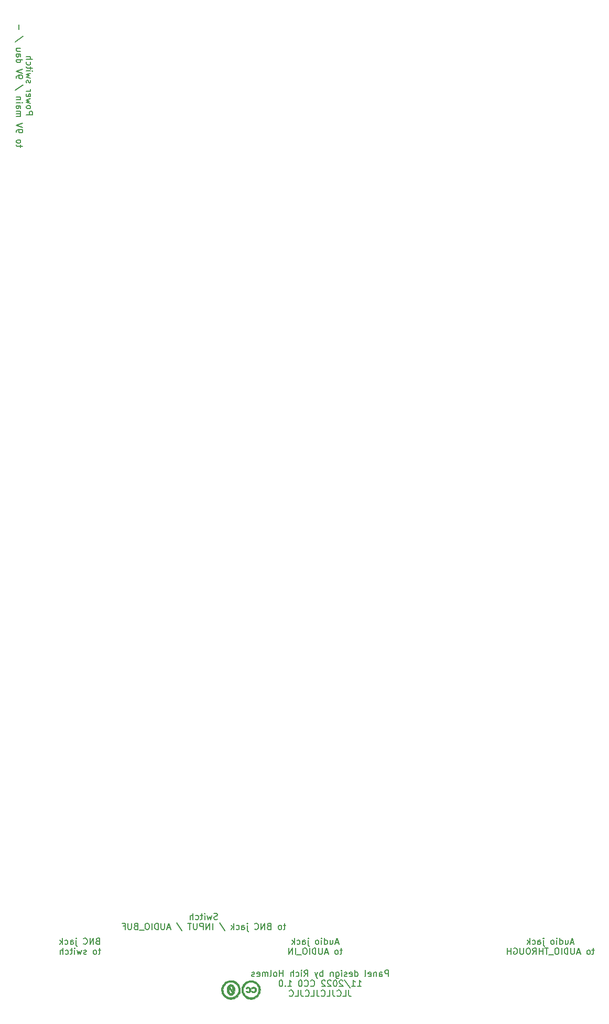
<source format=gbo>
G04 #@! TF.GenerationSoftware,KiCad,Pcbnew,6.0.9-8da3e8f707~117~ubuntu22.04.1*
G04 #@! TF.CreationDate,2022-11-29T22:26:16-05:00*
G04 #@! TF.ProjectId,dso138_panel,64736f31-3338-45f7-9061-6e656c2e6b69,rev?*
G04 #@! TF.SameCoordinates,Original*
G04 #@! TF.FileFunction,Legend,Bot*
G04 #@! TF.FilePolarity,Positive*
%FSLAX46Y46*%
G04 Gerber Fmt 4.6, Leading zero omitted, Abs format (unit mm)*
G04 Created by KiCad (PCBNEW 6.0.9-8da3e8f707~117~ubuntu22.04.1) date 2022-11-29 22:26:16*
%MOMM*%
%LPD*%
G01*
G04 APERTURE LIST*
%ADD10C,0.150000*%
%ADD11C,0.010000*%
G04 APERTURE END LIST*
D10*
X68114285Y23000239D02*
X67971428Y22952620D01*
X67733333Y22952620D01*
X67638095Y23000239D01*
X67590476Y23047858D01*
X67542857Y23143096D01*
X67542857Y23238334D01*
X67590476Y23333572D01*
X67638095Y23381191D01*
X67733333Y23428810D01*
X67923809Y23476429D01*
X68019047Y23524048D01*
X68066666Y23571667D01*
X68114285Y23666905D01*
X68114285Y23762143D01*
X68066666Y23857381D01*
X68019047Y23905000D01*
X67923809Y23952620D01*
X67685714Y23952620D01*
X67542857Y23905000D01*
X67209523Y23619286D02*
X67019047Y22952620D01*
X66828571Y23428810D01*
X66638095Y22952620D01*
X66447619Y23619286D01*
X66066666Y22952620D02*
X66066666Y23619286D01*
X66066666Y23952620D02*
X66114285Y23905000D01*
X66066666Y23857381D01*
X66019047Y23905000D01*
X66066666Y23952620D01*
X66066666Y23857381D01*
X65733333Y23619286D02*
X65352380Y23619286D01*
X65590476Y23952620D02*
X65590476Y23095477D01*
X65542857Y23000239D01*
X65447619Y22952620D01*
X65352380Y22952620D01*
X64590476Y23000239D02*
X64685714Y22952620D01*
X64876190Y22952620D01*
X64971428Y23000239D01*
X65019047Y23047858D01*
X65066666Y23143096D01*
X65066666Y23428810D01*
X65019047Y23524048D01*
X64971428Y23571667D01*
X64876190Y23619286D01*
X64685714Y23619286D01*
X64590476Y23571667D01*
X64161904Y22952620D02*
X64161904Y23952620D01*
X63733333Y22952620D02*
X63733333Y23476429D01*
X63780952Y23571667D01*
X63876190Y23619286D01*
X64019047Y23619286D01*
X64114285Y23571667D01*
X64161904Y23524048D01*
X79138095Y22009286D02*
X78757142Y22009286D01*
X78995238Y22342620D02*
X78995238Y21485477D01*
X78947619Y21390239D01*
X78852380Y21342620D01*
X78757142Y21342620D01*
X78280952Y21342620D02*
X78376190Y21390239D01*
X78423809Y21437858D01*
X78471428Y21533096D01*
X78471428Y21818810D01*
X78423809Y21914048D01*
X78376190Y21961667D01*
X78280952Y22009286D01*
X78138095Y22009286D01*
X78042857Y21961667D01*
X77995238Y21914048D01*
X77947619Y21818810D01*
X77947619Y21533096D01*
X77995238Y21437858D01*
X78042857Y21390239D01*
X78138095Y21342620D01*
X78280952Y21342620D01*
X76423809Y21866429D02*
X76280952Y21818810D01*
X76233333Y21771191D01*
X76185714Y21675953D01*
X76185714Y21533096D01*
X76233333Y21437858D01*
X76280952Y21390239D01*
X76376190Y21342620D01*
X76757142Y21342620D01*
X76757142Y22342620D01*
X76423809Y22342620D01*
X76328571Y22295000D01*
X76280952Y22247381D01*
X76233333Y22152143D01*
X76233333Y22056905D01*
X76280952Y21961667D01*
X76328571Y21914048D01*
X76423809Y21866429D01*
X76757142Y21866429D01*
X75757142Y21342620D02*
X75757142Y22342620D01*
X75185714Y21342620D01*
X75185714Y22342620D01*
X74138095Y21437858D02*
X74185714Y21390239D01*
X74328571Y21342620D01*
X74423809Y21342620D01*
X74566666Y21390239D01*
X74661904Y21485477D01*
X74709523Y21580715D01*
X74757142Y21771191D01*
X74757142Y21914048D01*
X74709523Y22104524D01*
X74661904Y22199762D01*
X74566666Y22295000D01*
X74423809Y22342620D01*
X74328571Y22342620D01*
X74185714Y22295000D01*
X74138095Y22247381D01*
X72947619Y22009286D02*
X72947619Y21152143D01*
X72995238Y21056905D01*
X73090476Y21009286D01*
X73138095Y21009286D01*
X72947619Y22342620D02*
X72995238Y22295000D01*
X72947619Y22247381D01*
X72900000Y22295000D01*
X72947619Y22342620D01*
X72947619Y22247381D01*
X72042857Y21342620D02*
X72042857Y21866429D01*
X72090476Y21961667D01*
X72185714Y22009286D01*
X72376190Y22009286D01*
X72471428Y21961667D01*
X72042857Y21390239D02*
X72138095Y21342620D01*
X72376190Y21342620D01*
X72471428Y21390239D01*
X72519047Y21485477D01*
X72519047Y21580715D01*
X72471428Y21675953D01*
X72376190Y21723572D01*
X72138095Y21723572D01*
X72042857Y21771191D01*
X71138095Y21390239D02*
X71233333Y21342620D01*
X71423809Y21342620D01*
X71519047Y21390239D01*
X71566666Y21437858D01*
X71614285Y21533096D01*
X71614285Y21818810D01*
X71566666Y21914048D01*
X71519047Y21961667D01*
X71423809Y22009286D01*
X71233333Y22009286D01*
X71138095Y21961667D01*
X70709523Y21342620D02*
X70709523Y22342620D01*
X70614285Y21723572D02*
X70328571Y21342620D01*
X70328571Y22009286D02*
X70709523Y21628334D01*
X68423809Y22390239D02*
X69280952Y21104524D01*
X67328571Y21342620D02*
X67328571Y22342620D01*
X66852380Y21342620D02*
X66852380Y22342620D01*
X66280952Y21342620D01*
X66280952Y22342620D01*
X65804761Y21342620D02*
X65804761Y22342620D01*
X65423809Y22342620D01*
X65328571Y22295000D01*
X65280952Y22247381D01*
X65233333Y22152143D01*
X65233333Y22009286D01*
X65280952Y21914048D01*
X65328571Y21866429D01*
X65423809Y21818810D01*
X65804761Y21818810D01*
X64804761Y22342620D02*
X64804761Y21533096D01*
X64757142Y21437858D01*
X64709523Y21390239D01*
X64614285Y21342620D01*
X64423809Y21342620D01*
X64328571Y21390239D01*
X64280952Y21437858D01*
X64233333Y21533096D01*
X64233333Y22342620D01*
X63900000Y22342620D02*
X63328571Y22342620D01*
X63614285Y21342620D02*
X63614285Y22342620D01*
X61519047Y22390239D02*
X62376190Y21104524D01*
X60471428Y21628334D02*
X59995238Y21628334D01*
X60566666Y21342620D02*
X60233333Y22342620D01*
X59900000Y21342620D01*
X59566666Y22342620D02*
X59566666Y21533096D01*
X59519047Y21437858D01*
X59471428Y21390239D01*
X59376190Y21342620D01*
X59185714Y21342620D01*
X59090476Y21390239D01*
X59042857Y21437858D01*
X58995238Y21533096D01*
X58995238Y22342620D01*
X58519047Y21342620D02*
X58519047Y22342620D01*
X58280952Y22342620D01*
X58138095Y22295000D01*
X58042857Y22199762D01*
X57995238Y22104524D01*
X57947619Y21914048D01*
X57947619Y21771191D01*
X57995238Y21580715D01*
X58042857Y21485477D01*
X58138095Y21390239D01*
X58280952Y21342620D01*
X58519047Y21342620D01*
X57519047Y21342620D02*
X57519047Y22342620D01*
X56852380Y22342620D02*
X56661904Y22342620D01*
X56566666Y22295000D01*
X56471428Y22199762D01*
X56423809Y22009286D01*
X56423809Y21675953D01*
X56471428Y21485477D01*
X56566666Y21390239D01*
X56661904Y21342620D01*
X56852380Y21342620D01*
X56947619Y21390239D01*
X57042857Y21485477D01*
X57090476Y21675953D01*
X57090476Y22009286D01*
X57042857Y22199762D01*
X56947619Y22295000D01*
X56852380Y22342620D01*
X56233333Y21247381D02*
X55471428Y21247381D01*
X54900000Y21866429D02*
X54757142Y21818810D01*
X54709523Y21771191D01*
X54661904Y21675953D01*
X54661904Y21533096D01*
X54709523Y21437858D01*
X54757142Y21390239D01*
X54852380Y21342620D01*
X55233333Y21342620D01*
X55233333Y22342620D01*
X54900000Y22342620D01*
X54804761Y22295000D01*
X54757142Y22247381D01*
X54709523Y22152143D01*
X54709523Y22056905D01*
X54757142Y21961667D01*
X54804761Y21914048D01*
X54900000Y21866429D01*
X55233333Y21866429D01*
X54233333Y22342620D02*
X54233333Y21533096D01*
X54185714Y21437858D01*
X54138095Y21390239D01*
X54042857Y21342620D01*
X53852380Y21342620D01*
X53757142Y21390239D01*
X53709523Y21437858D01*
X53661904Y21533096D01*
X53661904Y22342620D01*
X52852380Y21866429D02*
X53185714Y21866429D01*
X53185714Y21342620D02*
X53185714Y22342620D01*
X52709523Y22342620D01*
X95700000Y13757620D02*
X95700000Y14757620D01*
X95319047Y14757620D01*
X95223809Y14710000D01*
X95176190Y14662381D01*
X95128571Y14567143D01*
X95128571Y14424286D01*
X95176190Y14329048D01*
X95223809Y14281429D01*
X95319047Y14233810D01*
X95700000Y14233810D01*
X94271428Y13757620D02*
X94271428Y14281429D01*
X94319047Y14376667D01*
X94414285Y14424286D01*
X94604761Y14424286D01*
X94700000Y14376667D01*
X94271428Y13805239D02*
X94366666Y13757620D01*
X94604761Y13757620D01*
X94700000Y13805239D01*
X94747619Y13900477D01*
X94747619Y13995715D01*
X94700000Y14090953D01*
X94604761Y14138572D01*
X94366666Y14138572D01*
X94271428Y14186191D01*
X93795238Y14424286D02*
X93795238Y13757620D01*
X93795238Y14329048D02*
X93747619Y14376667D01*
X93652380Y14424286D01*
X93509523Y14424286D01*
X93414285Y14376667D01*
X93366666Y14281429D01*
X93366666Y13757620D01*
X92509523Y13805239D02*
X92604761Y13757620D01*
X92795238Y13757620D01*
X92890476Y13805239D01*
X92938095Y13900477D01*
X92938095Y14281429D01*
X92890476Y14376667D01*
X92795238Y14424286D01*
X92604761Y14424286D01*
X92509523Y14376667D01*
X92461904Y14281429D01*
X92461904Y14186191D01*
X92938095Y14090953D01*
X91890476Y13757620D02*
X91985714Y13805239D01*
X92033333Y13900477D01*
X92033333Y14757620D01*
X90319047Y13757620D02*
X90319047Y14757620D01*
X90319047Y13805239D02*
X90414285Y13757620D01*
X90604761Y13757620D01*
X90700000Y13805239D01*
X90747619Y13852858D01*
X90795238Y13948096D01*
X90795238Y14233810D01*
X90747619Y14329048D01*
X90700000Y14376667D01*
X90604761Y14424286D01*
X90414285Y14424286D01*
X90319047Y14376667D01*
X89461904Y13805239D02*
X89557142Y13757620D01*
X89747619Y13757620D01*
X89842857Y13805239D01*
X89890476Y13900477D01*
X89890476Y14281429D01*
X89842857Y14376667D01*
X89747619Y14424286D01*
X89557142Y14424286D01*
X89461904Y14376667D01*
X89414285Y14281429D01*
X89414285Y14186191D01*
X89890476Y14090953D01*
X89033333Y13805239D02*
X88938095Y13757620D01*
X88747619Y13757620D01*
X88652380Y13805239D01*
X88604761Y13900477D01*
X88604761Y13948096D01*
X88652380Y14043334D01*
X88747619Y14090953D01*
X88890476Y14090953D01*
X88985714Y14138572D01*
X89033333Y14233810D01*
X89033333Y14281429D01*
X88985714Y14376667D01*
X88890476Y14424286D01*
X88747619Y14424286D01*
X88652380Y14376667D01*
X88176190Y13757620D02*
X88176190Y14424286D01*
X88176190Y14757620D02*
X88223809Y14710000D01*
X88176190Y14662381D01*
X88128571Y14710000D01*
X88176190Y14757620D01*
X88176190Y14662381D01*
X87271428Y14424286D02*
X87271428Y13614762D01*
X87319047Y13519524D01*
X87366666Y13471905D01*
X87461904Y13424286D01*
X87604761Y13424286D01*
X87700000Y13471905D01*
X87271428Y13805239D02*
X87366666Y13757620D01*
X87557142Y13757620D01*
X87652380Y13805239D01*
X87700000Y13852858D01*
X87747619Y13948096D01*
X87747619Y14233810D01*
X87700000Y14329048D01*
X87652380Y14376667D01*
X87557142Y14424286D01*
X87366666Y14424286D01*
X87271428Y14376667D01*
X86795238Y14424286D02*
X86795238Y13757620D01*
X86795238Y14329048D02*
X86747619Y14376667D01*
X86652380Y14424286D01*
X86509523Y14424286D01*
X86414285Y14376667D01*
X86366666Y14281429D01*
X86366666Y13757620D01*
X85128571Y13757620D02*
X85128571Y14757620D01*
X85128571Y14376667D02*
X85033333Y14424286D01*
X84842857Y14424286D01*
X84747619Y14376667D01*
X84700000Y14329048D01*
X84652380Y14233810D01*
X84652380Y13948096D01*
X84700000Y13852858D01*
X84747619Y13805239D01*
X84842857Y13757620D01*
X85033333Y13757620D01*
X85128571Y13805239D01*
X84319047Y14424286D02*
X84080952Y13757620D01*
X83842857Y14424286D02*
X84080952Y13757620D01*
X84176190Y13519524D01*
X84223809Y13471905D01*
X84319047Y13424286D01*
X82128571Y13757620D02*
X82461904Y14233810D01*
X82700000Y13757620D02*
X82700000Y14757620D01*
X82319047Y14757620D01*
X82223809Y14710000D01*
X82176190Y14662381D01*
X82128571Y14567143D01*
X82128571Y14424286D01*
X82176190Y14329048D01*
X82223809Y14281429D01*
X82319047Y14233810D01*
X82700000Y14233810D01*
X81700000Y13757620D02*
X81700000Y14424286D01*
X81700000Y14757620D02*
X81747619Y14710000D01*
X81700000Y14662381D01*
X81652380Y14710000D01*
X81700000Y14757620D01*
X81700000Y14662381D01*
X80795238Y13805239D02*
X80890476Y13757620D01*
X81080952Y13757620D01*
X81176190Y13805239D01*
X81223809Y13852858D01*
X81271428Y13948096D01*
X81271428Y14233810D01*
X81223809Y14329048D01*
X81176190Y14376667D01*
X81080952Y14424286D01*
X80890476Y14424286D01*
X80795238Y14376667D01*
X80366666Y13757620D02*
X80366666Y14757620D01*
X79938095Y13757620D02*
X79938095Y14281429D01*
X79985714Y14376667D01*
X80080952Y14424286D01*
X80223809Y14424286D01*
X80319047Y14376667D01*
X80366666Y14329048D01*
X78700000Y13757620D02*
X78700000Y14757620D01*
X78700000Y14281429D02*
X78128571Y14281429D01*
X78128571Y13757620D02*
X78128571Y14757620D01*
X77509523Y13757620D02*
X77604761Y13805239D01*
X77652380Y13852858D01*
X77700000Y13948096D01*
X77700000Y14233810D01*
X77652380Y14329048D01*
X77604761Y14376667D01*
X77509523Y14424286D01*
X77366666Y14424286D01*
X77271428Y14376667D01*
X77223809Y14329048D01*
X77176190Y14233810D01*
X77176190Y13948096D01*
X77223809Y13852858D01*
X77271428Y13805239D01*
X77366666Y13757620D01*
X77509523Y13757620D01*
X76604761Y13757620D02*
X76700000Y13805239D01*
X76747619Y13900477D01*
X76747619Y14757620D01*
X76223809Y13757620D02*
X76223809Y14424286D01*
X76223809Y14329048D02*
X76176190Y14376667D01*
X76080952Y14424286D01*
X75938095Y14424286D01*
X75842857Y14376667D01*
X75795238Y14281429D01*
X75795238Y13757620D01*
X75795238Y14281429D02*
X75747619Y14376667D01*
X75652380Y14424286D01*
X75509523Y14424286D01*
X75414285Y14376667D01*
X75366666Y14281429D01*
X75366666Y13757620D01*
X74509523Y13805239D02*
X74604761Y13757620D01*
X74795238Y13757620D01*
X74890476Y13805239D01*
X74938095Y13900477D01*
X74938095Y14281429D01*
X74890476Y14376667D01*
X74795238Y14424286D01*
X74604761Y14424286D01*
X74509523Y14376667D01*
X74461904Y14281429D01*
X74461904Y14186191D01*
X74938095Y14090953D01*
X74080952Y13805239D02*
X73985714Y13757620D01*
X73795238Y13757620D01*
X73700000Y13805239D01*
X73652380Y13900477D01*
X73652380Y13948096D01*
X73700000Y14043334D01*
X73795238Y14090953D01*
X73938095Y14090953D01*
X74033333Y14138572D01*
X74080952Y14233810D01*
X74080952Y14281429D01*
X74033333Y14376667D01*
X73938095Y14424286D01*
X73795238Y14424286D01*
X73700000Y14376667D01*
X90747619Y12147620D02*
X91319047Y12147620D01*
X91033333Y12147620D02*
X91033333Y13147620D01*
X91128571Y13004762D01*
X91223809Y12909524D01*
X91319047Y12861905D01*
X89795238Y12147620D02*
X90366666Y12147620D01*
X90080952Y12147620D02*
X90080952Y13147620D01*
X90176190Y13004762D01*
X90271428Y12909524D01*
X90366666Y12861905D01*
X88652380Y13195239D02*
X89509523Y11909524D01*
X88366666Y13052381D02*
X88319047Y13100000D01*
X88223809Y13147620D01*
X87985714Y13147620D01*
X87890476Y13100000D01*
X87842857Y13052381D01*
X87795238Y12957143D01*
X87795238Y12861905D01*
X87842857Y12719048D01*
X88414285Y12147620D01*
X87795238Y12147620D01*
X87176190Y13147620D02*
X87080952Y13147620D01*
X86985714Y13100000D01*
X86938095Y13052381D01*
X86890476Y12957143D01*
X86842857Y12766667D01*
X86842857Y12528572D01*
X86890476Y12338096D01*
X86938095Y12242858D01*
X86985714Y12195239D01*
X87080952Y12147620D01*
X87176190Y12147620D01*
X87271428Y12195239D01*
X87319047Y12242858D01*
X87366666Y12338096D01*
X87414285Y12528572D01*
X87414285Y12766667D01*
X87366666Y12957143D01*
X87319047Y13052381D01*
X87271428Y13100000D01*
X87176190Y13147620D01*
X86461904Y13052381D02*
X86414285Y13100000D01*
X86319047Y13147620D01*
X86080952Y13147620D01*
X85985714Y13100000D01*
X85938095Y13052381D01*
X85890476Y12957143D01*
X85890476Y12861905D01*
X85938095Y12719048D01*
X86509523Y12147620D01*
X85890476Y12147620D01*
X85509523Y13052381D02*
X85461904Y13100000D01*
X85366666Y13147620D01*
X85128571Y13147620D01*
X85033333Y13100000D01*
X84985714Y13052381D01*
X84938095Y12957143D01*
X84938095Y12861905D01*
X84985714Y12719048D01*
X85557142Y12147620D01*
X84938095Y12147620D01*
X83176190Y12242858D02*
X83223809Y12195239D01*
X83366666Y12147620D01*
X83461904Y12147620D01*
X83604761Y12195239D01*
X83700000Y12290477D01*
X83747619Y12385715D01*
X83795238Y12576191D01*
X83795238Y12719048D01*
X83747619Y12909524D01*
X83700000Y13004762D01*
X83604761Y13100000D01*
X83461904Y13147620D01*
X83366666Y13147620D01*
X83223809Y13100000D01*
X83176190Y13052381D01*
X82176190Y12242858D02*
X82223809Y12195239D01*
X82366666Y12147620D01*
X82461904Y12147620D01*
X82604761Y12195239D01*
X82700000Y12290477D01*
X82747619Y12385715D01*
X82795238Y12576191D01*
X82795238Y12719048D01*
X82747619Y12909524D01*
X82700000Y13004762D01*
X82604761Y13100000D01*
X82461904Y13147620D01*
X82366666Y13147620D01*
X82223809Y13100000D01*
X82176190Y13052381D01*
X81557142Y13147620D02*
X81461904Y13147620D01*
X81366666Y13100000D01*
X81319047Y13052381D01*
X81271428Y12957143D01*
X81223809Y12766667D01*
X81223809Y12528572D01*
X81271428Y12338096D01*
X81319047Y12242858D01*
X81366666Y12195239D01*
X81461904Y12147620D01*
X81557142Y12147620D01*
X81652380Y12195239D01*
X81700000Y12242858D01*
X81747619Y12338096D01*
X81795238Y12528572D01*
X81795238Y12766667D01*
X81747619Y12957143D01*
X81700000Y13052381D01*
X81652380Y13100000D01*
X81557142Y13147620D01*
X79509523Y12147620D02*
X80080952Y12147620D01*
X79795238Y12147620D02*
X79795238Y13147620D01*
X79890476Y13004762D01*
X79985714Y12909524D01*
X80080952Y12861905D01*
X79080952Y12242858D02*
X79033333Y12195239D01*
X79080952Y12147620D01*
X79128571Y12195239D01*
X79080952Y12242858D01*
X79080952Y12147620D01*
X78414285Y13147620D02*
X78319047Y13147620D01*
X78223809Y13100000D01*
X78176190Y13052381D01*
X78128571Y12957143D01*
X78080952Y12766667D01*
X78080952Y12528572D01*
X78128571Y12338096D01*
X78176190Y12242858D01*
X78223809Y12195239D01*
X78319047Y12147620D01*
X78414285Y12147620D01*
X78509523Y12195239D01*
X78557142Y12242858D01*
X78604761Y12338096D01*
X78652380Y12528572D01*
X78652380Y12766667D01*
X78604761Y12957143D01*
X78557142Y13052381D01*
X78509523Y13100000D01*
X78414285Y13147620D01*
X89319047Y11537620D02*
X89319047Y10823334D01*
X89366666Y10680477D01*
X89461904Y10585239D01*
X89604761Y10537620D01*
X89700000Y10537620D01*
X88366666Y10537620D02*
X88842857Y10537620D01*
X88842857Y11537620D01*
X87461904Y10632858D02*
X87509523Y10585239D01*
X87652380Y10537620D01*
X87747619Y10537620D01*
X87890476Y10585239D01*
X87985714Y10680477D01*
X88033333Y10775715D01*
X88080952Y10966191D01*
X88080952Y11109048D01*
X88033333Y11299524D01*
X87985714Y11394762D01*
X87890476Y11490000D01*
X87747619Y11537620D01*
X87652380Y11537620D01*
X87509523Y11490000D01*
X87461904Y11442381D01*
X86747619Y11537620D02*
X86747619Y10823334D01*
X86795238Y10680477D01*
X86890476Y10585239D01*
X87033333Y10537620D01*
X87128571Y10537620D01*
X85795238Y10537620D02*
X86271428Y10537620D01*
X86271428Y11537620D01*
X84890476Y10632858D02*
X84938095Y10585239D01*
X85080952Y10537620D01*
X85176190Y10537620D01*
X85319047Y10585239D01*
X85414285Y10680477D01*
X85461904Y10775715D01*
X85509523Y10966191D01*
X85509523Y11109048D01*
X85461904Y11299524D01*
X85414285Y11394762D01*
X85319047Y11490000D01*
X85176190Y11537620D01*
X85080952Y11537620D01*
X84938095Y11490000D01*
X84890476Y11442381D01*
X84176190Y11537620D02*
X84176190Y10823334D01*
X84223809Y10680477D01*
X84319047Y10585239D01*
X84461904Y10537620D01*
X84557142Y10537620D01*
X83223809Y10537620D02*
X83700000Y10537620D01*
X83700000Y11537620D01*
X82319047Y10632858D02*
X82366666Y10585239D01*
X82509523Y10537620D01*
X82604761Y10537620D01*
X82747619Y10585239D01*
X82842857Y10680477D01*
X82890476Y10775715D01*
X82938095Y10966191D01*
X82938095Y11109048D01*
X82890476Y11299524D01*
X82842857Y11394762D01*
X82747619Y11490000D01*
X82604761Y11537620D01*
X82509523Y11537620D01*
X82366666Y11490000D01*
X82319047Y11442381D01*
X81604761Y11537620D02*
X81604761Y10823334D01*
X81652380Y10680477D01*
X81747619Y10585239D01*
X81890476Y10537620D01*
X81985714Y10537620D01*
X80652380Y10537620D02*
X81128571Y10537620D01*
X81128571Y11537620D01*
X79747619Y10632858D02*
X79795238Y10585239D01*
X79938095Y10537620D01*
X80033333Y10537620D01*
X80176190Y10585239D01*
X80271428Y10680477D01*
X80319047Y10775715D01*
X80366666Y10966191D01*
X80366666Y11109048D01*
X80319047Y11299524D01*
X80271428Y11394762D01*
X80176190Y11490000D01*
X80033333Y11537620D01*
X79938095Y11537620D01*
X79795238Y11490000D01*
X79747619Y11442381D01*
X125638095Y19238334D02*
X125161904Y19238334D01*
X125733333Y18952620D02*
X125400000Y19952620D01*
X125066666Y18952620D01*
X124304761Y19619286D02*
X124304761Y18952620D01*
X124733333Y19619286D02*
X124733333Y19095477D01*
X124685714Y19000239D01*
X124590476Y18952620D01*
X124447619Y18952620D01*
X124352380Y19000239D01*
X124304761Y19047858D01*
X123400000Y18952620D02*
X123400000Y19952620D01*
X123400000Y19000239D02*
X123495238Y18952620D01*
X123685714Y18952620D01*
X123780952Y19000239D01*
X123828571Y19047858D01*
X123876190Y19143096D01*
X123876190Y19428810D01*
X123828571Y19524048D01*
X123780952Y19571667D01*
X123685714Y19619286D01*
X123495238Y19619286D01*
X123400000Y19571667D01*
X122923809Y18952620D02*
X122923809Y19619286D01*
X122923809Y19952620D02*
X122971428Y19905000D01*
X122923809Y19857381D01*
X122876190Y19905000D01*
X122923809Y19952620D01*
X122923809Y19857381D01*
X122304761Y18952620D02*
X122400000Y19000239D01*
X122447619Y19047858D01*
X122495238Y19143096D01*
X122495238Y19428810D01*
X122447619Y19524048D01*
X122400000Y19571667D01*
X122304761Y19619286D01*
X122161904Y19619286D01*
X122066666Y19571667D01*
X122019047Y19524048D01*
X121971428Y19428810D01*
X121971428Y19143096D01*
X122019047Y19047858D01*
X122066666Y19000239D01*
X122161904Y18952620D01*
X122304761Y18952620D01*
X120780952Y19619286D02*
X120780952Y18762143D01*
X120828571Y18666905D01*
X120923809Y18619286D01*
X120971428Y18619286D01*
X120780952Y19952620D02*
X120828571Y19905000D01*
X120780952Y19857381D01*
X120733333Y19905000D01*
X120780952Y19952620D01*
X120780952Y19857381D01*
X119876190Y18952620D02*
X119876190Y19476429D01*
X119923809Y19571667D01*
X120019047Y19619286D01*
X120209523Y19619286D01*
X120304761Y19571667D01*
X119876190Y19000239D02*
X119971428Y18952620D01*
X120209523Y18952620D01*
X120304761Y19000239D01*
X120352380Y19095477D01*
X120352380Y19190715D01*
X120304761Y19285953D01*
X120209523Y19333572D01*
X119971428Y19333572D01*
X119876190Y19381191D01*
X118971428Y19000239D02*
X119066666Y18952620D01*
X119257142Y18952620D01*
X119352380Y19000239D01*
X119400000Y19047858D01*
X119447619Y19143096D01*
X119447619Y19428810D01*
X119400000Y19524048D01*
X119352380Y19571667D01*
X119257142Y19619286D01*
X119066666Y19619286D01*
X118971428Y19571667D01*
X118542857Y18952620D02*
X118542857Y19952620D01*
X118447619Y19333572D02*
X118161904Y18952620D01*
X118161904Y19619286D02*
X118542857Y19238334D01*
X128995238Y18009286D02*
X128614285Y18009286D01*
X128852380Y18342620D02*
X128852380Y17485477D01*
X128804761Y17390239D01*
X128709523Y17342620D01*
X128614285Y17342620D01*
X128138095Y17342620D02*
X128233333Y17390239D01*
X128280952Y17437858D01*
X128328571Y17533096D01*
X128328571Y17818810D01*
X128280952Y17914048D01*
X128233333Y17961667D01*
X128138095Y18009286D01*
X127995238Y18009286D01*
X127900000Y17961667D01*
X127852380Y17914048D01*
X127804761Y17818810D01*
X127804761Y17533096D01*
X127852380Y17437858D01*
X127900000Y17390239D01*
X127995238Y17342620D01*
X128138095Y17342620D01*
X126661904Y17628334D02*
X126185714Y17628334D01*
X126757142Y17342620D02*
X126423809Y18342620D01*
X126090476Y17342620D01*
X125757142Y18342620D02*
X125757142Y17533096D01*
X125709523Y17437858D01*
X125661904Y17390239D01*
X125566666Y17342620D01*
X125376190Y17342620D01*
X125280952Y17390239D01*
X125233333Y17437858D01*
X125185714Y17533096D01*
X125185714Y18342620D01*
X124709523Y17342620D02*
X124709523Y18342620D01*
X124471428Y18342620D01*
X124328571Y18295000D01*
X124233333Y18199762D01*
X124185714Y18104524D01*
X124138095Y17914048D01*
X124138095Y17771191D01*
X124185714Y17580715D01*
X124233333Y17485477D01*
X124328571Y17390239D01*
X124471428Y17342620D01*
X124709523Y17342620D01*
X123709523Y17342620D02*
X123709523Y18342620D01*
X123042857Y18342620D02*
X122852380Y18342620D01*
X122757142Y18295000D01*
X122661904Y18199762D01*
X122614285Y18009286D01*
X122614285Y17675953D01*
X122661904Y17485477D01*
X122757142Y17390239D01*
X122852380Y17342620D01*
X123042857Y17342620D01*
X123138095Y17390239D01*
X123233333Y17485477D01*
X123280952Y17675953D01*
X123280952Y18009286D01*
X123233333Y18199762D01*
X123138095Y18295000D01*
X123042857Y18342620D01*
X122423809Y17247381D02*
X121661904Y17247381D01*
X121566666Y18342620D02*
X120995238Y18342620D01*
X121280952Y17342620D02*
X121280952Y18342620D01*
X120661904Y17342620D02*
X120661904Y18342620D01*
X120661904Y17866429D02*
X120090476Y17866429D01*
X120090476Y17342620D02*
X120090476Y18342620D01*
X119042857Y17342620D02*
X119376190Y17818810D01*
X119614285Y17342620D02*
X119614285Y18342620D01*
X119233333Y18342620D01*
X119138095Y18295000D01*
X119090476Y18247381D01*
X119042857Y18152143D01*
X119042857Y18009286D01*
X119090476Y17914048D01*
X119138095Y17866429D01*
X119233333Y17818810D01*
X119614285Y17818810D01*
X118423809Y18342620D02*
X118233333Y18342620D01*
X118138095Y18295000D01*
X118042857Y18199762D01*
X117995238Y18009286D01*
X117995238Y17675953D01*
X118042857Y17485477D01*
X118138095Y17390239D01*
X118233333Y17342620D01*
X118423809Y17342620D01*
X118519047Y17390239D01*
X118614285Y17485477D01*
X118661904Y17675953D01*
X118661904Y18009286D01*
X118614285Y18199762D01*
X118519047Y18295000D01*
X118423809Y18342620D01*
X117566666Y18342620D02*
X117566666Y17533096D01*
X117519047Y17437858D01*
X117471428Y17390239D01*
X117376190Y17342620D01*
X117185714Y17342620D01*
X117090476Y17390239D01*
X117042857Y17437858D01*
X116995238Y17533096D01*
X116995238Y18342620D01*
X115995238Y18295000D02*
X116090476Y18342620D01*
X116233333Y18342620D01*
X116376190Y18295000D01*
X116471428Y18199762D01*
X116519047Y18104524D01*
X116566666Y17914048D01*
X116566666Y17771191D01*
X116519047Y17580715D01*
X116471428Y17485477D01*
X116376190Y17390239D01*
X116233333Y17342620D01*
X116138095Y17342620D01*
X115995238Y17390239D01*
X115947619Y17437858D01*
X115947619Y17771191D01*
X116138095Y17771191D01*
X115519047Y17342620D02*
X115519047Y18342620D01*
X115519047Y17866429D02*
X114947619Y17866429D01*
X114947619Y17342620D02*
X114947619Y18342620D01*
X48757142Y19476429D02*
X48614285Y19428810D01*
X48566666Y19381191D01*
X48519047Y19285953D01*
X48519047Y19143096D01*
X48566666Y19047858D01*
X48614285Y19000239D01*
X48709523Y18952620D01*
X49090476Y18952620D01*
X49090476Y19952620D01*
X48757142Y19952620D01*
X48661904Y19905000D01*
X48614285Y19857381D01*
X48566666Y19762143D01*
X48566666Y19666905D01*
X48614285Y19571667D01*
X48661904Y19524048D01*
X48757142Y19476429D01*
X49090476Y19476429D01*
X48090476Y18952620D02*
X48090476Y19952620D01*
X47519047Y18952620D01*
X47519047Y19952620D01*
X46471428Y19047858D02*
X46519047Y19000239D01*
X46661904Y18952620D01*
X46757142Y18952620D01*
X46900000Y19000239D01*
X46995238Y19095477D01*
X47042857Y19190715D01*
X47090476Y19381191D01*
X47090476Y19524048D01*
X47042857Y19714524D01*
X46995238Y19809762D01*
X46900000Y19905000D01*
X46757142Y19952620D01*
X46661904Y19952620D01*
X46519047Y19905000D01*
X46471428Y19857381D01*
X45280952Y19619286D02*
X45280952Y18762143D01*
X45328571Y18666905D01*
X45423809Y18619286D01*
X45471428Y18619286D01*
X45280952Y19952620D02*
X45328571Y19905000D01*
X45280952Y19857381D01*
X45233333Y19905000D01*
X45280952Y19952620D01*
X45280952Y19857381D01*
X44376190Y18952620D02*
X44376190Y19476429D01*
X44423809Y19571667D01*
X44519047Y19619286D01*
X44709523Y19619286D01*
X44804761Y19571667D01*
X44376190Y19000239D02*
X44471428Y18952620D01*
X44709523Y18952620D01*
X44804761Y19000239D01*
X44852380Y19095477D01*
X44852380Y19190715D01*
X44804761Y19285953D01*
X44709523Y19333572D01*
X44471428Y19333572D01*
X44376190Y19381191D01*
X43471428Y19000239D02*
X43566666Y18952620D01*
X43757142Y18952620D01*
X43852380Y19000239D01*
X43900000Y19047858D01*
X43947619Y19143096D01*
X43947619Y19428810D01*
X43900000Y19524048D01*
X43852380Y19571667D01*
X43757142Y19619286D01*
X43566666Y19619286D01*
X43471428Y19571667D01*
X43042857Y18952620D02*
X43042857Y19952620D01*
X42947619Y19333572D02*
X42661904Y18952620D01*
X42661904Y19619286D02*
X43042857Y19238334D01*
X49257142Y18009286D02*
X48876190Y18009286D01*
X49114285Y18342620D02*
X49114285Y17485477D01*
X49066666Y17390239D01*
X48971428Y17342620D01*
X48876190Y17342620D01*
X48400000Y17342620D02*
X48495238Y17390239D01*
X48542857Y17437858D01*
X48590476Y17533096D01*
X48590476Y17818810D01*
X48542857Y17914048D01*
X48495238Y17961667D01*
X48400000Y18009286D01*
X48257142Y18009286D01*
X48161904Y17961667D01*
X48114285Y17914048D01*
X48066666Y17818810D01*
X48066666Y17533096D01*
X48114285Y17437858D01*
X48161904Y17390239D01*
X48257142Y17342620D01*
X48400000Y17342620D01*
X46923809Y17390239D02*
X46828571Y17342620D01*
X46638095Y17342620D01*
X46542857Y17390239D01*
X46495238Y17485477D01*
X46495238Y17533096D01*
X46542857Y17628334D01*
X46638095Y17675953D01*
X46780952Y17675953D01*
X46876190Y17723572D01*
X46923809Y17818810D01*
X46923809Y17866429D01*
X46876190Y17961667D01*
X46780952Y18009286D01*
X46638095Y18009286D01*
X46542857Y17961667D01*
X46161904Y18009286D02*
X45971428Y17342620D01*
X45780952Y17818810D01*
X45590476Y17342620D01*
X45399999Y18009286D01*
X45019047Y17342620D02*
X45019047Y18009286D01*
X45019047Y18342620D02*
X45066666Y18295000D01*
X45019047Y18247381D01*
X44971428Y18295000D01*
X45019047Y18342620D01*
X45019047Y18247381D01*
X44685714Y18009286D02*
X44304761Y18009286D01*
X44542857Y18342620D02*
X44542857Y17485477D01*
X44495238Y17390239D01*
X44399999Y17342620D01*
X44304761Y17342620D01*
X43542857Y17390239D02*
X43638095Y17342620D01*
X43828571Y17342620D01*
X43923809Y17390239D01*
X43971428Y17437858D01*
X44019047Y17533096D01*
X44019047Y17818810D01*
X43971428Y17914048D01*
X43923809Y17961667D01*
X43828571Y18009286D01*
X43638095Y18009286D01*
X43542857Y17961667D01*
X43114285Y17342620D02*
X43114285Y18342620D01*
X42685714Y17342620D02*
X42685714Y17866429D01*
X42733333Y17961667D01*
X42828571Y18009286D01*
X42971428Y18009286D01*
X43066666Y17961667D01*
X43114285Y17914048D01*
X37252619Y152909524D02*
X38252619Y152909524D01*
X38252619Y153290477D01*
X38205000Y153385715D01*
X38157380Y153433334D01*
X38062142Y153480953D01*
X37919285Y153480953D01*
X37824047Y153433334D01*
X37776428Y153385715D01*
X37728809Y153290477D01*
X37728809Y152909524D01*
X37252619Y154052381D02*
X37300238Y153957143D01*
X37347857Y153909524D01*
X37443095Y153861905D01*
X37728809Y153861905D01*
X37824047Y153909524D01*
X37871666Y153957143D01*
X37919285Y154052381D01*
X37919285Y154195239D01*
X37871666Y154290477D01*
X37824047Y154338096D01*
X37728809Y154385715D01*
X37443095Y154385715D01*
X37347857Y154338096D01*
X37300238Y154290477D01*
X37252619Y154195239D01*
X37252619Y154052381D01*
X37919285Y154719048D02*
X37252619Y154909524D01*
X37728809Y155100000D01*
X37252619Y155290477D01*
X37919285Y155480953D01*
X37300238Y156242858D02*
X37252619Y156147620D01*
X37252619Y155957143D01*
X37300238Y155861905D01*
X37395476Y155814286D01*
X37776428Y155814286D01*
X37871666Y155861905D01*
X37919285Y155957143D01*
X37919285Y156147620D01*
X37871666Y156242858D01*
X37776428Y156290477D01*
X37681190Y156290477D01*
X37585952Y155814286D01*
X37252619Y156719048D02*
X37919285Y156719048D01*
X37728809Y156719048D02*
X37824047Y156766667D01*
X37871666Y156814286D01*
X37919285Y156909524D01*
X37919285Y157004762D01*
X37300238Y158052381D02*
X37252619Y158147620D01*
X37252619Y158338096D01*
X37300238Y158433334D01*
X37395476Y158480953D01*
X37443095Y158480953D01*
X37538333Y158433334D01*
X37585952Y158338096D01*
X37585952Y158195239D01*
X37633571Y158100000D01*
X37728809Y158052381D01*
X37776428Y158052381D01*
X37871666Y158100000D01*
X37919285Y158195239D01*
X37919285Y158338096D01*
X37871666Y158433334D01*
X37919285Y158814286D02*
X37252619Y159004762D01*
X37728809Y159195239D01*
X37252619Y159385715D01*
X37919285Y159576191D01*
X37252619Y159957143D02*
X37919285Y159957143D01*
X38252619Y159957143D02*
X38205000Y159909524D01*
X38157380Y159957143D01*
X38205000Y160004762D01*
X38252619Y159957143D01*
X38157380Y159957143D01*
X37919285Y160290477D02*
X37919285Y160671429D01*
X38252619Y160433334D02*
X37395476Y160433334D01*
X37300238Y160480953D01*
X37252619Y160576191D01*
X37252619Y160671429D01*
X37300238Y161433334D02*
X37252619Y161338096D01*
X37252619Y161147620D01*
X37300238Y161052381D01*
X37347857Y161004762D01*
X37443095Y160957143D01*
X37728809Y160957143D01*
X37824047Y161004762D01*
X37871666Y161052381D01*
X37919285Y161147620D01*
X37919285Y161338096D01*
X37871666Y161433334D01*
X37252619Y161861905D02*
X38252619Y161861905D01*
X37252619Y162290477D02*
X37776428Y162290477D01*
X37871666Y162242858D01*
X37919285Y162147620D01*
X37919285Y162004762D01*
X37871666Y161909524D01*
X37824047Y161861905D01*
X36309285Y147647620D02*
X36309285Y148028572D01*
X36642619Y147790477D02*
X35785476Y147790477D01*
X35690238Y147838096D01*
X35642619Y147933334D01*
X35642619Y148028572D01*
X35642619Y148504762D02*
X35690238Y148409524D01*
X35737857Y148361905D01*
X35833095Y148314286D01*
X36118809Y148314286D01*
X36214047Y148361905D01*
X36261666Y148409524D01*
X36309285Y148504762D01*
X36309285Y148647620D01*
X36261666Y148742858D01*
X36214047Y148790477D01*
X36118809Y148838096D01*
X35833095Y148838096D01*
X35737857Y148790477D01*
X35690238Y148742858D01*
X35642619Y148647620D01*
X35642619Y148504762D01*
X35642619Y150076191D02*
X35642619Y150266667D01*
X35690238Y150361905D01*
X35737857Y150409524D01*
X35880714Y150504762D01*
X36071190Y150552381D01*
X36452142Y150552381D01*
X36547380Y150504762D01*
X36595000Y150457143D01*
X36642619Y150361905D01*
X36642619Y150171429D01*
X36595000Y150076191D01*
X36547380Y150028572D01*
X36452142Y149980953D01*
X36214047Y149980953D01*
X36118809Y150028572D01*
X36071190Y150076191D01*
X36023571Y150171429D01*
X36023571Y150361905D01*
X36071190Y150457143D01*
X36118809Y150504762D01*
X36214047Y150552381D01*
X36642619Y150838096D02*
X35642619Y151171429D01*
X36642619Y151504762D01*
X35642619Y152600000D02*
X36309285Y152600000D01*
X36214047Y152600000D02*
X36261666Y152647620D01*
X36309285Y152742858D01*
X36309285Y152885715D01*
X36261666Y152980953D01*
X36166428Y153028572D01*
X35642619Y153028572D01*
X36166428Y153028572D02*
X36261666Y153076191D01*
X36309285Y153171429D01*
X36309285Y153314286D01*
X36261666Y153409524D01*
X36166428Y153457143D01*
X35642619Y153457143D01*
X35642619Y154361905D02*
X36166428Y154361905D01*
X36261666Y154314286D01*
X36309285Y154219048D01*
X36309285Y154028572D01*
X36261666Y153933334D01*
X35690238Y154361905D02*
X35642619Y154266667D01*
X35642619Y154028572D01*
X35690238Y153933334D01*
X35785476Y153885715D01*
X35880714Y153885715D01*
X35975952Y153933334D01*
X36023571Y154028572D01*
X36023571Y154266667D01*
X36071190Y154361905D01*
X35642619Y154838096D02*
X36309285Y154838096D01*
X36642619Y154838096D02*
X36595000Y154790477D01*
X36547380Y154838096D01*
X36595000Y154885715D01*
X36642619Y154838096D01*
X36547380Y154838096D01*
X36309285Y155314286D02*
X35642619Y155314286D01*
X36214047Y155314286D02*
X36261666Y155361905D01*
X36309285Y155457143D01*
X36309285Y155600000D01*
X36261666Y155695239D01*
X36166428Y155742858D01*
X35642619Y155742858D01*
X36690238Y157695239D02*
X35404523Y156838096D01*
X35642619Y158838096D02*
X35642619Y159028572D01*
X35690238Y159123810D01*
X35737857Y159171429D01*
X35880714Y159266667D01*
X36071190Y159314286D01*
X36452142Y159314286D01*
X36547380Y159266667D01*
X36595000Y159219048D01*
X36642619Y159123810D01*
X36642619Y158933334D01*
X36595000Y158838096D01*
X36547380Y158790477D01*
X36452142Y158742858D01*
X36214047Y158742858D01*
X36118809Y158790477D01*
X36071190Y158838096D01*
X36023571Y158933334D01*
X36023571Y159123810D01*
X36071190Y159219048D01*
X36118809Y159266667D01*
X36214047Y159314286D01*
X36642619Y159600000D02*
X35642619Y159933334D01*
X36642619Y160266667D01*
X35642619Y161790477D02*
X36642619Y161790477D01*
X35690238Y161790477D02*
X35642619Y161695239D01*
X35642619Y161504762D01*
X35690238Y161409524D01*
X35737857Y161361905D01*
X35833095Y161314286D01*
X36118809Y161314286D01*
X36214047Y161361905D01*
X36261666Y161409524D01*
X36309285Y161504762D01*
X36309285Y161695239D01*
X36261666Y161790477D01*
X35642619Y162695239D02*
X36166428Y162695239D01*
X36261666Y162647620D01*
X36309285Y162552381D01*
X36309285Y162361905D01*
X36261666Y162266667D01*
X35690238Y162695239D02*
X35642619Y162600000D01*
X35642619Y162361905D01*
X35690238Y162266667D01*
X35785476Y162219048D01*
X35880714Y162219048D01*
X35975952Y162266667D01*
X36023571Y162361905D01*
X36023571Y162600000D01*
X36071190Y162695239D01*
X36309285Y163600000D02*
X35642619Y163600000D01*
X36309285Y163171429D02*
X35785476Y163171429D01*
X35690238Y163219048D01*
X35642619Y163314286D01*
X35642619Y163457143D01*
X35690238Y163552381D01*
X35737857Y163600000D01*
X36690238Y165552381D02*
X35404523Y164695239D01*
X36023571Y166647620D02*
X36023571Y167409524D01*
X87638095Y19238334D02*
X87161904Y19238334D01*
X87733333Y18952620D02*
X87400000Y19952620D01*
X87066666Y18952620D01*
X86304761Y19619286D02*
X86304761Y18952620D01*
X86733333Y19619286D02*
X86733333Y19095477D01*
X86685714Y19000239D01*
X86590476Y18952620D01*
X86447619Y18952620D01*
X86352380Y19000239D01*
X86304761Y19047858D01*
X85400000Y18952620D02*
X85400000Y19952620D01*
X85400000Y19000239D02*
X85495238Y18952620D01*
X85685714Y18952620D01*
X85780952Y19000239D01*
X85828571Y19047858D01*
X85876190Y19143096D01*
X85876190Y19428810D01*
X85828571Y19524048D01*
X85780952Y19571667D01*
X85685714Y19619286D01*
X85495238Y19619286D01*
X85400000Y19571667D01*
X84923809Y18952620D02*
X84923809Y19619286D01*
X84923809Y19952620D02*
X84971428Y19905000D01*
X84923809Y19857381D01*
X84876190Y19905000D01*
X84923809Y19952620D01*
X84923809Y19857381D01*
X84304761Y18952620D02*
X84400000Y19000239D01*
X84447619Y19047858D01*
X84495238Y19143096D01*
X84495238Y19428810D01*
X84447619Y19524048D01*
X84400000Y19571667D01*
X84304761Y19619286D01*
X84161904Y19619286D01*
X84066666Y19571667D01*
X84019047Y19524048D01*
X83971428Y19428810D01*
X83971428Y19143096D01*
X84019047Y19047858D01*
X84066666Y19000239D01*
X84161904Y18952620D01*
X84304761Y18952620D01*
X82780952Y19619286D02*
X82780952Y18762143D01*
X82828571Y18666905D01*
X82923809Y18619286D01*
X82971428Y18619286D01*
X82780952Y19952620D02*
X82828571Y19905000D01*
X82780952Y19857381D01*
X82733333Y19905000D01*
X82780952Y19952620D01*
X82780952Y19857381D01*
X81876190Y18952620D02*
X81876190Y19476429D01*
X81923809Y19571667D01*
X82019047Y19619286D01*
X82209523Y19619286D01*
X82304761Y19571667D01*
X81876190Y19000239D02*
X81971428Y18952620D01*
X82209523Y18952620D01*
X82304761Y19000239D01*
X82352380Y19095477D01*
X82352380Y19190715D01*
X82304761Y19285953D01*
X82209523Y19333572D01*
X81971428Y19333572D01*
X81876190Y19381191D01*
X80971428Y19000239D02*
X81066666Y18952620D01*
X81257142Y18952620D01*
X81352380Y19000239D01*
X81400000Y19047858D01*
X81447619Y19143096D01*
X81447619Y19428810D01*
X81400000Y19524048D01*
X81352380Y19571667D01*
X81257142Y19619286D01*
X81066666Y19619286D01*
X80971428Y19571667D01*
X80542857Y18952620D02*
X80542857Y19952620D01*
X80447619Y19333572D02*
X80161904Y18952620D01*
X80161904Y19619286D02*
X80542857Y19238334D01*
X88280952Y18009286D02*
X87900000Y18009286D01*
X88138095Y18342620D02*
X88138095Y17485477D01*
X88090476Y17390239D01*
X87995238Y17342620D01*
X87900000Y17342620D01*
X87423809Y17342620D02*
X87519047Y17390239D01*
X87566666Y17437858D01*
X87614285Y17533096D01*
X87614285Y17818810D01*
X87566666Y17914048D01*
X87519047Y17961667D01*
X87423809Y18009286D01*
X87280952Y18009286D01*
X87185714Y17961667D01*
X87138095Y17914048D01*
X87090476Y17818810D01*
X87090476Y17533096D01*
X87138095Y17437858D01*
X87185714Y17390239D01*
X87280952Y17342620D01*
X87423809Y17342620D01*
X85947619Y17628334D02*
X85471428Y17628334D01*
X86042857Y17342620D02*
X85709523Y18342620D01*
X85376190Y17342620D01*
X85042857Y18342620D02*
X85042857Y17533096D01*
X84995238Y17437858D01*
X84947619Y17390239D01*
X84852380Y17342620D01*
X84661904Y17342620D01*
X84566666Y17390239D01*
X84519047Y17437858D01*
X84471428Y17533096D01*
X84471428Y18342620D01*
X83995238Y17342620D02*
X83995238Y18342620D01*
X83757142Y18342620D01*
X83614285Y18295000D01*
X83519047Y18199762D01*
X83471428Y18104524D01*
X83423809Y17914048D01*
X83423809Y17771191D01*
X83471428Y17580715D01*
X83519047Y17485477D01*
X83614285Y17390239D01*
X83757142Y17342620D01*
X83995238Y17342620D01*
X82995238Y17342620D02*
X82995238Y18342620D01*
X82328571Y18342620D02*
X82138095Y18342620D01*
X82042857Y18295000D01*
X81947619Y18199762D01*
X81900000Y18009286D01*
X81900000Y17675953D01*
X81947619Y17485477D01*
X82042857Y17390239D01*
X82138095Y17342620D01*
X82328571Y17342620D01*
X82423809Y17390239D01*
X82519047Y17485477D01*
X82566666Y17675953D01*
X82566666Y18009286D01*
X82519047Y18199762D01*
X82423809Y18295000D01*
X82328571Y18342620D01*
X81709523Y17247381D02*
X80947619Y17247381D01*
X80709523Y17342620D02*
X80709523Y18342620D01*
X80233333Y17342620D02*
X80233333Y18342620D01*
X79661904Y17342620D01*
X79661904Y18342620D01*
G04 #@! TO.C,GRAF3*
G36*
X75014239Y11309698D02*
G01*
X74951194Y11085750D01*
X74852401Y10873057D01*
X74718861Y10674527D01*
X74551575Y10493065D01*
X74550519Y10492078D01*
X74372932Y10350072D01*
X74174960Y10234097D01*
X73965147Y10148385D01*
X73752036Y10097165D01*
X73692831Y10090350D01*
X73561804Y10085460D01*
X73417661Y10090156D01*
X73276333Y10103688D01*
X73153751Y10125308D01*
X73011382Y10167096D01*
X72800450Y10260683D01*
X72604617Y10385872D01*
X72428345Y10538596D01*
X72276092Y10714788D01*
X72152320Y10910381D01*
X72061488Y11121308D01*
X72041101Y11185328D01*
X72026685Y11242145D01*
X72017274Y11300745D01*
X72011786Y11370450D01*
X72009141Y11460582D01*
X72008257Y11580462D01*
X72008456Y11600000D01*
X72264724Y11600000D01*
X72270085Y11439532D01*
X72293839Y11279846D01*
X72339983Y11134843D01*
X72412259Y10993186D01*
X72514407Y10843543D01*
X72584202Y10761585D01*
X72719642Y10639701D01*
X72876986Y10532760D01*
X73045852Y10447466D01*
X73215852Y10390528D01*
X73258637Y10381938D01*
X73340787Y10370552D01*
X73433045Y10361869D01*
X73523233Y10356736D01*
X73599174Y10355996D01*
X73648692Y10360495D01*
X73671304Y10365415D01*
X73727822Y10377061D01*
X73795231Y10390473D01*
X73811196Y10394010D01*
X73886608Y10416680D01*
X73976119Y10450105D01*
X74063640Y10488414D01*
X74085539Y10499184D01*
X74261307Y10609053D01*
X74418836Y10749446D01*
X74553427Y10914701D01*
X74660380Y11099157D01*
X74734995Y11297154D01*
X74748612Y11361948D01*
X74760389Y11480220D01*
X74762601Y11613629D01*
X74755631Y11748830D01*
X74739862Y11872479D01*
X74715676Y11971231D01*
X74670203Y12084902D01*
X74567892Y12269200D01*
X74439315Y12434985D01*
X74289038Y12578174D01*
X74121627Y12694685D01*
X73941649Y12780435D01*
X73753669Y12831343D01*
X73659944Y12842644D01*
X73517025Y12847316D01*
X73370736Y12840097D01*
X73234844Y12821816D01*
X73123114Y12793304D01*
X73057005Y12768227D01*
X72856439Y12665990D01*
X72680224Y12533990D01*
X72530477Y12374366D01*
X72409318Y12189261D01*
X72318866Y11980813D01*
X72304547Y11937020D01*
X72284761Y11864156D01*
X72272805Y11792678D01*
X72266764Y11709115D01*
X72264724Y11600000D01*
X72008456Y11600000D01*
X72009665Y11718713D01*
X72016892Y11849886D01*
X72031999Y11960933D01*
X72056951Y12061868D01*
X72093712Y12162705D01*
X72144249Y12273459D01*
X72157089Y12299156D01*
X72281589Y12501304D01*
X72433628Y12678271D01*
X72609636Y12828177D01*
X72806042Y12949139D01*
X73019275Y13039275D01*
X73245762Y13096705D01*
X73481934Y13119547D01*
X73724219Y13105919D01*
X73752752Y13101896D01*
X73978478Y13051842D01*
X74183837Y12970769D01*
X74374249Y12856065D01*
X74555132Y12705115D01*
X74584913Y12676060D01*
X74745439Y12492109D01*
X74870059Y12295081D01*
X74960541Y12081714D01*
X75018648Y11848748D01*
X75029080Y11779741D01*
X75037084Y11613629D01*
X75040535Y11541997D01*
X75014239Y11309698D01*
G37*
D11*
X75014239Y11309698D02*
X74951194Y11085750D01*
X74852401Y10873057D01*
X74718861Y10674527D01*
X74551575Y10493065D01*
X74550519Y10492078D01*
X74372932Y10350072D01*
X74174960Y10234097D01*
X73965147Y10148385D01*
X73752036Y10097165D01*
X73692831Y10090350D01*
X73561804Y10085460D01*
X73417661Y10090156D01*
X73276333Y10103688D01*
X73153751Y10125308D01*
X73011382Y10167096D01*
X72800450Y10260683D01*
X72604617Y10385872D01*
X72428345Y10538596D01*
X72276092Y10714788D01*
X72152320Y10910381D01*
X72061488Y11121308D01*
X72041101Y11185328D01*
X72026685Y11242145D01*
X72017274Y11300745D01*
X72011786Y11370450D01*
X72009141Y11460582D01*
X72008257Y11580462D01*
X72008456Y11600000D01*
X72264724Y11600000D01*
X72270085Y11439532D01*
X72293839Y11279846D01*
X72339983Y11134843D01*
X72412259Y10993186D01*
X72514407Y10843543D01*
X72584202Y10761585D01*
X72719642Y10639701D01*
X72876986Y10532760D01*
X73045852Y10447466D01*
X73215852Y10390528D01*
X73258637Y10381938D01*
X73340787Y10370552D01*
X73433045Y10361869D01*
X73523233Y10356736D01*
X73599174Y10355996D01*
X73648692Y10360495D01*
X73671304Y10365415D01*
X73727822Y10377061D01*
X73795231Y10390473D01*
X73811196Y10394010D01*
X73886608Y10416680D01*
X73976119Y10450105D01*
X74063640Y10488414D01*
X74085539Y10499184D01*
X74261307Y10609053D01*
X74418836Y10749446D01*
X74553427Y10914701D01*
X74660380Y11099157D01*
X74734995Y11297154D01*
X74748612Y11361948D01*
X74760389Y11480220D01*
X74762601Y11613629D01*
X74755631Y11748830D01*
X74739862Y11872479D01*
X74715676Y11971231D01*
X74670203Y12084902D01*
X74567892Y12269200D01*
X74439315Y12434985D01*
X74289038Y12578174D01*
X74121627Y12694685D01*
X73941649Y12780435D01*
X73753669Y12831343D01*
X73659944Y12842644D01*
X73517025Y12847316D01*
X73370736Y12840097D01*
X73234844Y12821816D01*
X73123114Y12793304D01*
X73057005Y12768227D01*
X72856439Y12665990D01*
X72680224Y12533990D01*
X72530477Y12374366D01*
X72409318Y12189261D01*
X72318866Y11980813D01*
X72304547Y11937020D01*
X72284761Y11864156D01*
X72272805Y11792678D01*
X72266764Y11709115D01*
X72264724Y11600000D01*
X72008456Y11600000D01*
X72009665Y11718713D01*
X72016892Y11849886D01*
X72031999Y11960933D01*
X72056951Y12061868D01*
X72093712Y12162705D01*
X72144249Y12273459D01*
X72157089Y12299156D01*
X72281589Y12501304D01*
X72433628Y12678271D01*
X72609636Y12828177D01*
X72806042Y12949139D01*
X73019275Y13039275D01*
X73245762Y13096705D01*
X73481934Y13119547D01*
X73724219Y13105919D01*
X73752752Y13101896D01*
X73978478Y13051842D01*
X74183837Y12970769D01*
X74374249Y12856065D01*
X74555132Y12705115D01*
X74584913Y12676060D01*
X74745439Y12492109D01*
X74870059Y12295081D01*
X74960541Y12081714D01*
X75018648Y11848748D01*
X75029080Y11779741D01*
X75037084Y11613629D01*
X75040535Y11541997D01*
X75014239Y11309698D01*
G36*
X70742941Y10977745D02*
G01*
X70652785Y10872566D01*
X70609094Y10834515D01*
X70546195Y10788905D01*
X70484600Y10760219D01*
X70409283Y10740295D01*
X70331329Y10731033D01*
X70218276Y10733381D01*
X70105941Y10749724D01*
X70012792Y10778294D01*
X69966924Y10801654D01*
X69860509Y10885658D01*
X69773289Y11001809D01*
X69706600Y11148036D01*
X69661779Y11322268D01*
X69649484Y11398644D01*
X69636482Y11536518D01*
X69637998Y11652198D01*
X69989697Y11652198D01*
X69992197Y11541157D01*
X70001250Y11426641D01*
X70015890Y11322777D01*
X70035151Y11243692D01*
X70045795Y11217091D01*
X70083099Y11151207D01*
X70125245Y11102038D01*
X70158571Y11079666D01*
X70225111Y11056996D01*
X70293708Y11054069D01*
X70354685Y11069342D01*
X70398366Y11101269D01*
X70415077Y11148306D01*
X70414629Y11150679D01*
X70401331Y11180640D01*
X70371760Y11237632D01*
X70328881Y11316202D01*
X70275656Y11410896D01*
X70215052Y11516262D01*
X70015027Y11860298D01*
X69998892Y11774111D01*
X69994716Y11745638D01*
X69989697Y11652198D01*
X69637998Y11652198D01*
X69638268Y11672822D01*
X69654570Y11826536D01*
X69672779Y11931117D01*
X69715128Y12074566D01*
X70172053Y12074566D01*
X70176125Y12046033D01*
X70190655Y12005094D01*
X70217835Y11946344D01*
X70259859Y11864381D01*
X70318921Y11753804D01*
X70367438Y11663737D01*
X70424124Y11558955D01*
X70465921Y11483836D01*
X70495189Y11435670D01*
X70514288Y11411746D01*
X70525578Y11409355D01*
X70531418Y11425788D01*
X70534167Y11458334D01*
X70536185Y11504284D01*
X70538146Y11565016D01*
X70533451Y11727314D01*
X70514163Y11867465D01*
X70481276Y11981603D01*
X70435785Y12065864D01*
X70378683Y12116383D01*
X70344564Y12131648D01*
X70272173Y12147355D01*
X70214080Y12136803D01*
X70178145Y12100611D01*
X70176246Y12096092D01*
X70172053Y12074566D01*
X69715128Y12074566D01*
X69722002Y12097849D01*
X69792347Y12233030D01*
X69884604Y12338004D01*
X69999562Y12414116D01*
X70058500Y12440803D01*
X70116567Y12458563D01*
X70181189Y12466259D01*
X70268539Y12467075D01*
X70379434Y12460181D01*
X70479519Y12437758D01*
X70566009Y12395416D01*
X70651492Y12328604D01*
X70699538Y12279494D01*
X70782214Y12155661D01*
X70840721Y12002862D01*
X70875312Y11820322D01*
X70886238Y11607269D01*
X70884805Y11565016D01*
X70881480Y11466959D01*
X70856836Y11273517D01*
X70821390Y11148306D01*
X70810807Y11110920D01*
X70742941Y10977745D01*
G37*
X70742941Y10977745D02*
X70652785Y10872566D01*
X70609094Y10834515D01*
X70546195Y10788905D01*
X70484600Y10760219D01*
X70409283Y10740295D01*
X70331329Y10731033D01*
X70218276Y10733381D01*
X70105941Y10749724D01*
X70012792Y10778294D01*
X69966924Y10801654D01*
X69860509Y10885658D01*
X69773289Y11001809D01*
X69706600Y11148036D01*
X69661779Y11322268D01*
X69649484Y11398644D01*
X69636482Y11536518D01*
X69637998Y11652198D01*
X69989697Y11652198D01*
X69992197Y11541157D01*
X70001250Y11426641D01*
X70015890Y11322777D01*
X70035151Y11243692D01*
X70045795Y11217091D01*
X70083099Y11151207D01*
X70125245Y11102038D01*
X70158571Y11079666D01*
X70225111Y11056996D01*
X70293708Y11054069D01*
X70354685Y11069342D01*
X70398366Y11101269D01*
X70415077Y11148306D01*
X70414629Y11150679D01*
X70401331Y11180640D01*
X70371760Y11237632D01*
X70328881Y11316202D01*
X70275656Y11410896D01*
X70215052Y11516262D01*
X70015027Y11860298D01*
X69998892Y11774111D01*
X69994716Y11745638D01*
X69989697Y11652198D01*
X69637998Y11652198D01*
X69638268Y11672822D01*
X69654570Y11826536D01*
X69672779Y11931117D01*
X69715128Y12074566D01*
X70172053Y12074566D01*
X70176125Y12046033D01*
X70190655Y12005094D01*
X70217835Y11946344D01*
X70259859Y11864381D01*
X70318921Y11753804D01*
X70367438Y11663737D01*
X70424124Y11558955D01*
X70465921Y11483836D01*
X70495189Y11435670D01*
X70514288Y11411746D01*
X70525578Y11409355D01*
X70531418Y11425788D01*
X70534167Y11458334D01*
X70536185Y11504284D01*
X70538146Y11565016D01*
X70533451Y11727314D01*
X70514163Y11867465D01*
X70481276Y11981603D01*
X70435785Y12065864D01*
X70378683Y12116383D01*
X70344564Y12131648D01*
X70272173Y12147355D01*
X70214080Y12136803D01*
X70178145Y12100611D01*
X70176246Y12096092D01*
X70172053Y12074566D01*
X69715128Y12074566D01*
X69722002Y12097849D01*
X69792347Y12233030D01*
X69884604Y12338004D01*
X69999562Y12414116D01*
X70058500Y12440803D01*
X70116567Y12458563D01*
X70181189Y12466259D01*
X70268539Y12467075D01*
X70379434Y12460181D01*
X70479519Y12437758D01*
X70566009Y12395416D01*
X70651492Y12328604D01*
X70699538Y12279494D01*
X70782214Y12155661D01*
X70840721Y12002862D01*
X70875312Y11820322D01*
X70886238Y11607269D01*
X70884805Y11565016D01*
X70881480Y11466959D01*
X70856836Y11273517D01*
X70821390Y11148306D01*
X70810807Y11110920D01*
X70742941Y10977745D01*
G36*
X73135087Y12062447D02*
G01*
X73239475Y12032072D01*
X73264117Y12019804D01*
X73361800Y11945922D01*
X73436905Y11845772D01*
X73485124Y11726514D01*
X73502154Y11595306D01*
X73488536Y11471655D01*
X73442881Y11351809D01*
X73367214Y11253859D01*
X73263723Y11181605D01*
X73180352Y11149063D01*
X73048419Y11131507D01*
X72909070Y11152208D01*
X72886973Y11160330D01*
X72831448Y11191053D01*
X72771639Y11233759D01*
X72717095Y11280601D01*
X72677365Y11323728D01*
X72662000Y11355291D01*
X72664706Y11362751D01*
X72692090Y11387699D01*
X72739444Y11414065D01*
X72816888Y11448987D01*
X72886663Y11387725D01*
X72906578Y11371594D01*
X72984451Y11332327D01*
X73059213Y11328155D01*
X73125937Y11356004D01*
X73179697Y11412803D01*
X73215565Y11495480D01*
X73228616Y11600962D01*
X73228177Y11623042D01*
X73210986Y11728382D01*
X73170310Y11807135D01*
X73108245Y11856466D01*
X73026890Y11873539D01*
X72973913Y11860146D01*
X72913678Y11824964D01*
X72864922Y11778217D01*
X72858361Y11770720D01*
X72838765Y11763009D01*
X72806758Y11772940D01*
X72752388Y11802677D01*
X72740859Y11809511D01*
X72693686Y11841428D01*
X72675227Y11865623D01*
X72679557Y11889126D01*
X72725953Y11949289D01*
X72808378Y12008030D01*
X72910240Y12048053D01*
X73022242Y12066983D01*
X73135087Y12062447D01*
G37*
X73135087Y12062447D02*
X73239475Y12032072D01*
X73264117Y12019804D01*
X73361800Y11945922D01*
X73436905Y11845772D01*
X73485124Y11726514D01*
X73502154Y11595306D01*
X73488536Y11471655D01*
X73442881Y11351809D01*
X73367214Y11253859D01*
X73263723Y11181605D01*
X73180352Y11149063D01*
X73048419Y11131507D01*
X72909070Y11152208D01*
X72886973Y11160330D01*
X72831448Y11191053D01*
X72771639Y11233759D01*
X72717095Y11280601D01*
X72677365Y11323728D01*
X72662000Y11355291D01*
X72664706Y11362751D01*
X72692090Y11387699D01*
X72739444Y11414065D01*
X72816888Y11448987D01*
X72886663Y11387725D01*
X72906578Y11371594D01*
X72984451Y11332327D01*
X73059213Y11328155D01*
X73125937Y11356004D01*
X73179697Y11412803D01*
X73215565Y11495480D01*
X73228616Y11600962D01*
X73228177Y11623042D01*
X73210986Y11728382D01*
X73170310Y11807135D01*
X73108245Y11856466D01*
X73026890Y11873539D01*
X72973913Y11860146D01*
X72913678Y11824964D01*
X72864922Y11778217D01*
X72858361Y11770720D01*
X72838765Y11763009D01*
X72806758Y11772940D01*
X72752388Y11802677D01*
X72740859Y11809511D01*
X72693686Y11841428D01*
X72675227Y11865623D01*
X72679557Y11889126D01*
X72725953Y11949289D01*
X72808378Y12008030D01*
X72910240Y12048053D01*
X73022242Y12066983D01*
X73135087Y12062447D01*
G36*
X71728098Y11186270D02*
G01*
X71650979Y10973761D01*
X71541960Y10773849D01*
X71401565Y10590550D01*
X71230318Y10427878D01*
X71158665Y10373200D01*
X70948814Y10246066D01*
X70722036Y10153243D01*
X70482701Y10096667D01*
X70429245Y10090413D01*
X70297718Y10086072D01*
X70151603Y10092691D01*
X70006088Y10109313D01*
X69876363Y10134976D01*
X69789193Y10160597D01*
X69583462Y10247037D01*
X69387535Y10364633D01*
X69208404Y10508097D01*
X69053060Y10672145D01*
X68928497Y10851491D01*
X68921923Y10863033D01*
X68830753Y11063591D01*
X68771660Y11280000D01*
X68744543Y11506302D01*
X68746503Y11601025D01*
X69007932Y11601025D01*
X69022905Y11399380D01*
X69071467Y11201314D01*
X69154299Y11010977D01*
X69272085Y10832522D01*
X69311618Y10785903D01*
X69445288Y10660157D01*
X69602582Y10548959D01*
X69772303Y10459542D01*
X69943253Y10399137D01*
X70060214Y10374402D01*
X70279243Y10357377D01*
X70495157Y10378008D01*
X70703936Y10435746D01*
X70901557Y10530042D01*
X70908876Y10534439D01*
X71000350Y10600080D01*
X71100572Y10687678D01*
X71198995Y10786686D01*
X71285076Y10886559D01*
X71348267Y10976751D01*
X71432679Y11149310D01*
X71494064Y11354249D01*
X71519198Y11565394D01*
X71507517Y11777567D01*
X71458456Y11985589D01*
X71433123Y12052718D01*
X71350390Y12212840D01*
X71241458Y12368022D01*
X71113615Y12509758D01*
X70974147Y12629542D01*
X70830339Y12718866D01*
X70774013Y12745050D01*
X70572769Y12812681D01*
X70363972Y12846007D01*
X70153455Y12845378D01*
X69947052Y12811144D01*
X69750595Y12743654D01*
X69569918Y12643259D01*
X69412983Y12517615D01*
X69270259Y12360353D01*
X69157710Y12185911D01*
X69076017Y11998442D01*
X69025863Y11802096D01*
X69007932Y11601025D01*
X68746503Y11601025D01*
X68749306Y11736541D01*
X68785850Y11964759D01*
X68854077Y12185001D01*
X68953888Y12391308D01*
X69020353Y12489018D01*
X69117359Y12604866D01*
X69228792Y12718507D01*
X69344068Y12819221D01*
X69452602Y12896292D01*
X69522761Y12936055D01*
X69734872Y13027681D01*
X69962551Y13088413D01*
X70198289Y13117147D01*
X70434579Y13112781D01*
X70663914Y13074212D01*
X70685476Y13068540D01*
X70865418Y13002374D01*
X71045551Y12905304D01*
X71217123Y12783446D01*
X71371384Y12642922D01*
X71499584Y12489849D01*
X71616833Y12297244D01*
X71707082Y12081975D01*
X71762808Y11859228D01*
X71784536Y11633018D01*
X71781016Y11565394D01*
X71772791Y11407361D01*
X71728098Y11186270D01*
G37*
X71728098Y11186270D02*
X71650979Y10973761D01*
X71541960Y10773849D01*
X71401565Y10590550D01*
X71230318Y10427878D01*
X71158665Y10373200D01*
X70948814Y10246066D01*
X70722036Y10153243D01*
X70482701Y10096667D01*
X70429245Y10090413D01*
X70297718Y10086072D01*
X70151603Y10092691D01*
X70006088Y10109313D01*
X69876363Y10134976D01*
X69789193Y10160597D01*
X69583462Y10247037D01*
X69387535Y10364633D01*
X69208404Y10508097D01*
X69053060Y10672145D01*
X68928497Y10851491D01*
X68921923Y10863033D01*
X68830753Y11063591D01*
X68771660Y11280000D01*
X68744543Y11506302D01*
X68746503Y11601025D01*
X69007932Y11601025D01*
X69022905Y11399380D01*
X69071467Y11201314D01*
X69154299Y11010977D01*
X69272085Y10832522D01*
X69311618Y10785903D01*
X69445288Y10660157D01*
X69602582Y10548959D01*
X69772303Y10459542D01*
X69943253Y10399137D01*
X70060214Y10374402D01*
X70279243Y10357377D01*
X70495157Y10378008D01*
X70703936Y10435746D01*
X70901557Y10530042D01*
X70908876Y10534439D01*
X71000350Y10600080D01*
X71100572Y10687678D01*
X71198995Y10786686D01*
X71285076Y10886559D01*
X71348267Y10976751D01*
X71432679Y11149310D01*
X71494064Y11354249D01*
X71519198Y11565394D01*
X71507517Y11777567D01*
X71458456Y11985589D01*
X71433123Y12052718D01*
X71350390Y12212840D01*
X71241458Y12368022D01*
X71113615Y12509758D01*
X70974147Y12629542D01*
X70830339Y12718866D01*
X70774013Y12745050D01*
X70572769Y12812681D01*
X70363972Y12846007D01*
X70153455Y12845378D01*
X69947052Y12811144D01*
X69750595Y12743654D01*
X69569918Y12643259D01*
X69412983Y12517615D01*
X69270259Y12360353D01*
X69157710Y12185911D01*
X69076017Y11998442D01*
X69025863Y11802096D01*
X69007932Y11601025D01*
X68746503Y11601025D01*
X68749306Y11736541D01*
X68785850Y11964759D01*
X68854077Y12185001D01*
X68953888Y12391308D01*
X69020353Y12489018D01*
X69117359Y12604866D01*
X69228792Y12718507D01*
X69344068Y12819221D01*
X69452602Y12896292D01*
X69522761Y12936055D01*
X69734872Y13027681D01*
X69962551Y13088413D01*
X70198289Y13117147D01*
X70434579Y13112781D01*
X70663914Y13074212D01*
X70685476Y13068540D01*
X70865418Y13002374D01*
X71045551Y12905304D01*
X71217123Y12783446D01*
X71371384Y12642922D01*
X71499584Y12489849D01*
X71616833Y12297244D01*
X71707082Y12081975D01*
X71762808Y11859228D01*
X71784536Y11633018D01*
X71781016Y11565394D01*
X71772791Y11407361D01*
X71728098Y11186270D01*
G36*
X74011332Y12061567D02*
G01*
X74130981Y12025953D01*
X74233280Y11960131D01*
X74312411Y11866102D01*
X74313931Y11863602D01*
X74349251Y11795064D01*
X74368911Y11725283D01*
X74378269Y11635499D01*
X74379597Y11593165D01*
X74365242Y11453264D01*
X74320464Y11337682D01*
X74245027Y11245966D01*
X74138695Y11177666D01*
X74123988Y11171084D01*
X73994244Y11135058D01*
X73865441Y11137199D01*
X73741914Y11176863D01*
X73627998Y11253408D01*
X73590081Y11288552D01*
X73554834Y11325922D01*
X73541231Y11347264D01*
X73544755Y11354204D01*
X73573096Y11377504D01*
X73620557Y11405214D01*
X73699883Y11445683D01*
X73767775Y11386072D01*
X73803904Y11358482D01*
X73881404Y11327451D01*
X73957933Y11335456D01*
X74033179Y11382501D01*
X74064231Y11413099D01*
X74085977Y11447999D01*
X74097588Y11495290D01*
X74104160Y11568313D01*
X74105949Y11633610D01*
X74094410Y11731222D01*
X74062338Y11800425D01*
X74008372Y11845153D01*
X73932889Y11870561D01*
X73860737Y11861481D01*
X73788507Y11814977D01*
X73721809Y11756415D01*
X73631679Y11806789D01*
X73609064Y11819701D01*
X73568257Y11847419D01*
X73554405Y11869539D01*
X73561191Y11893865D01*
X73577964Y11918156D01*
X73634173Y11970000D01*
X73707960Y12016229D01*
X73785462Y12047357D01*
X73880151Y12064970D01*
X74011332Y12061567D01*
G37*
X74011332Y12061567D02*
X74130981Y12025953D01*
X74233280Y11960131D01*
X74312411Y11866102D01*
X74313931Y11863602D01*
X74349251Y11795064D01*
X74368911Y11725283D01*
X74378269Y11635499D01*
X74379597Y11593165D01*
X74365242Y11453264D01*
X74320464Y11337682D01*
X74245027Y11245966D01*
X74138695Y11177666D01*
X74123988Y11171084D01*
X73994244Y11135058D01*
X73865441Y11137199D01*
X73741914Y11176863D01*
X73627998Y11253408D01*
X73590081Y11288552D01*
X73554834Y11325922D01*
X73541231Y11347264D01*
X73544755Y11354204D01*
X73573096Y11377504D01*
X73620557Y11405214D01*
X73699883Y11445683D01*
X73767775Y11386072D01*
X73803904Y11358482D01*
X73881404Y11327451D01*
X73957933Y11335456D01*
X74033179Y11382501D01*
X74064231Y11413099D01*
X74085977Y11447999D01*
X74097588Y11495290D01*
X74104160Y11568313D01*
X74105949Y11633610D01*
X74094410Y11731222D01*
X74062338Y11800425D01*
X74008372Y11845153D01*
X73932889Y11870561D01*
X73860737Y11861481D01*
X73788507Y11814977D01*
X73721809Y11756415D01*
X73631679Y11806789D01*
X73609064Y11819701D01*
X73568257Y11847419D01*
X73554405Y11869539D01*
X73561191Y11893865D01*
X73577964Y11918156D01*
X73634173Y11970000D01*
X73707960Y12016229D01*
X73785462Y12047357D01*
X73880151Y12064970D01*
X74011332Y12061567D01*
G04 #@! TD*
M02*

</source>
